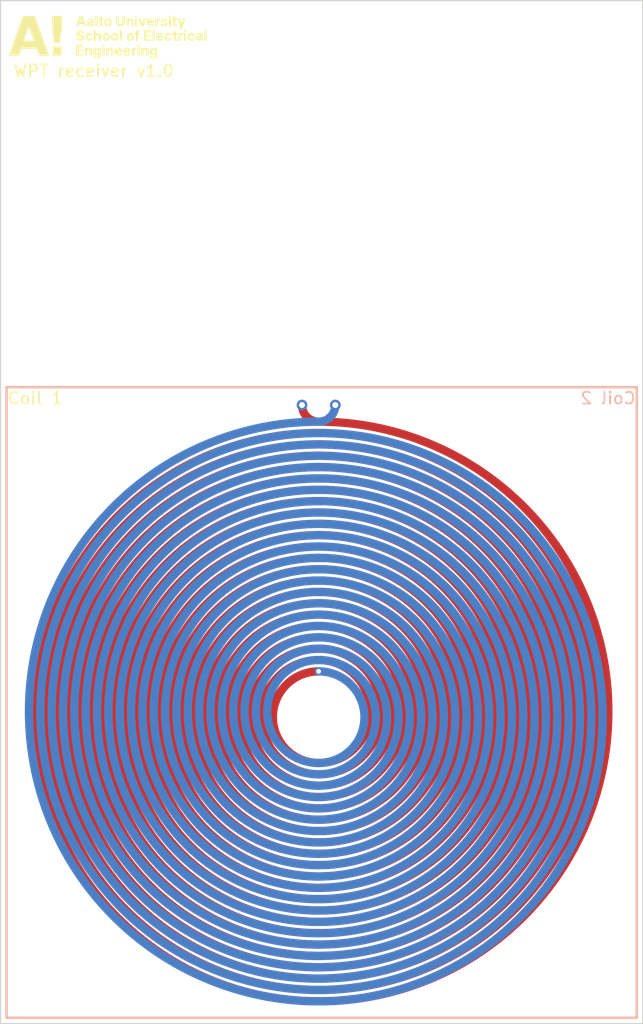
<source format=kicad_pcb>
(kicad_pcb (version 20221018) (generator pcbnew)
  (title_block (title "WPT Receiver PCB") (company "Aalto University School of Electrical Engineering"))
  (layers (0 "F.Cu" signal) (31 "B.Cu" signal) (34 "B.Paste" user) (35 "F.Paste" user) (36 "B.SilkS" user "B.Silkscreen") (37 "F.SilkS" user "F.Silkscreen") (38 "B.Mask" user) (39 "F.Mask" user) (44 "Edge.Cuts" user))
  (net 0 "")
  (footprint "Coil based on ID" (layer "F.Cu") (at 142.75 111.236 90)
    (fp_text reference "REF**")
    (fp_text value "Coil based on ID")
    (fp_arc (start -23.884 0) (mid 0 -23.884) (end 23.884 0) (stroke (width 0.7)) (layer "F.Cu"))
    (fp_arc (start -22.93 0) (mid 0 -22.93) (end 22.93 0) (stroke (width 0.7)) (layer "F.Cu"))
    (fp_arc (start -21.976 0) (mid 0 -21.976) (end 21.976 0) (stroke (width 0.7)) (layer "F.Cu"))
    (fp_arc (start -21.022 0) (mid 0 -21.022) (end 21.022 0) (stroke (width 0.7)) (layer "F.Cu"))
    (fp_arc (start -20.068 0) (mid 0 -20.068) (end 20.068 0) (stroke (width 0.7)) (layer "F.Cu"))
    (fp_arc (start -19.114 0) (mid 0 -19.114) (end 19.114 0) (stroke (width 0.7)) (layer "F.Cu"))
    (fp_arc (start -18.16 0) (mid 0 -18.16) (end 18.16 0) (stroke (width 0.7)) (layer "F.Cu"))
    (fp_arc (start -17.206 0) (mid 0 -17.206) (end 17.206 0) (stroke (width 0.7)) (layer "F.Cu"))
    (fp_arc (start -16.252 0) (mid 0 -16.252) (end 16.252 0) (stroke (width 0.7)) (layer "F.Cu"))
    (fp_arc (start -15.298 0) (mid 0 -15.298) (end 15.298 0) (stroke (width 0.7)) (layer "F.Cu"))
    (fp_arc (start -14.344 0) (mid 0 -14.344) (end 14.344 0) (stroke (width 0.7)) (layer "F.Cu"))
    (fp_arc (start -13.39 0) (mid 0 -13.39) (end 13.39 0) (stroke (width 0.7)) (layer "F.Cu"))
    (fp_arc (start -12.436 0) (mid 0 -12.436) (end 12.436 0) (stroke (width 0.7)) (layer "F.Cu"))
    (fp_arc (start -11.482 0) (mid 0 -11.482) (end 11.482 0) (stroke (width 0.7)) (layer "F.Cu"))
    (fp_arc (start -10.528 0) (mid 0 -10.528) (end 10.528 0) (stroke (width 0.7)) (layer "F.Cu"))
    (fp_arc (start -9.574 0) (mid 0 -9.574) (end 9.574 0) (stroke (width 0.7)) (layer "F.Cu"))
    (fp_arc (start -8.62 0) (mid 0 -8.62) (end 8.62 0) (stroke (width 0.7)) (layer "F.Cu"))
    (fp_arc (start -7.666 0) (mid 0 -7.666) (end 7.666 0) (stroke (width 0.7)) (layer "F.Cu"))
    (fp_arc (start -6.712 0) (mid 0 -6.712) (end 6.712 0) (stroke (width 0.7)) (layer "F.Cu"))
    (fp_arc (start -5.758 0) (mid 0 -5.758) (end 5.758 0) (stroke (width 0.7)) (layer "F.Cu"))
    (fp_arc (start -4.804 0) (mid 0 -4.804) (end 4.804 0) (stroke (width 0.7)) (layer "F.Cu"))
    (fp_arc (start -3.85 0) (mid 0 -3.85) (end 3.85 0) (stroke (width 0.7)) (layer "F.Cu"))
    (fp_arc (start 4.804 0) (mid 0.477 4.327) (end -3.85 0) (stroke (width 0.7)) (layer "F.Cu"))
    (fp_arc (start 5.758 0) (mid 0.477 5.281) (end -4.804 0) (stroke (width 0.7)) (layer "F.Cu"))
    (fp_arc (start 6.712 0) (mid 0.477 6.235) (end -5.758 0) (stroke (width 0.7)) (layer "F.Cu"))
    (fp_arc (start 7.666 0) (mid 0.477 7.189) (end -6.712 0) (stroke (width 0.7)) (layer "F.Cu"))
    (fp_arc (start 8.62 0) (mid 0.477 8.143) (end -7.666 0) (stroke (width 0.7)) (layer "F.Cu"))
    (fp_arc (start 9.574 0) (mid 0.477 9.097) (end -8.62 0) (stroke (width 0.7)) (layer "F.Cu"))
    (fp_arc (start 10.528 0) (mid 0.477 10.051) (end -9.574 0) (stroke (width 0.7)) (layer "F.Cu"))
    (fp_arc (start 11.482 0) (mid 0.477 11.005) (end -10.528 0) (stroke (width 0.7)) (layer "F.Cu"))
    (fp_arc (start 12.436 0) (mid 0.477 11.959) (end -11.482 0) (stroke (width 0.7)) (layer "F.Cu"))
    (fp_arc (start 13.39 0) (mid 0.477 12.913) (end -12.436 0) (stroke (width 0.7)) (layer "F.Cu"))
    (fp_arc (start 14.344 0) (mid 0.477 13.867) (end -13.39 0) (stroke (width 0.7)) (layer "F.Cu"))
    (fp_arc (start 15.298 0) (mid 0.477 14.821) (end -14.344 0) (stroke (width 0.7)) (layer "F.Cu"))
    (fp_arc (start 16.252 0) (mid 0.477 15.775) (end -15.298 0) (stroke (width 0.7)) (layer "F.Cu"))
    (fp_arc (start 17.206 0) (mid 0.477 16.729) (end -16.252 0) (stroke (width 0.7)) (layer "F.Cu"))
    (fp_arc (start 18.16 0) (mid 0.477 17.683) (end -17.206 0) (stroke (width 0.7)) (layer "F.Cu"))
    (fp_arc (start 19.114 0) (mid 0.477 18.637) (end -18.16 0) (stroke (width 0.7)) (layer "F.Cu"))
    (fp_arc (start 20.068 0) (mid 0.477 19.591) (end -19.114 0) (stroke (width 0.7)) (layer "F.Cu"))
    (fp_arc (start 21.022 0) (mid 0.477 20.545) (end -20.068 0) (stroke (width 0.7)) (layer "F.Cu"))
    (fp_arc (start 21.976 0) (mid 0.477 21.499) (end -21.022 0) (stroke (width 0.7)) (layer "F.Cu"))
    (fp_arc (start 22.93 0) (mid 0.477 22.453) (end -21.976 0) (stroke (width 0.7)) (layer "F.Cu"))
    (fp_arc (start 23.884 0) (mid 0.477 23.407) (end -22.93 0) (stroke (width 0.7)) (layer "F.Cu"))
    (fp_arc (start 24.838 0) (mid 0.477 24.361) (end -23.884 0) (stroke (width 0.7)) (layer "F.Cu"))
    (fp_arc (start 24.838 0) (mid 25.248051 -0.989949) (end 26.238 -1.4) (stroke (width 0.7)) (layer "F.Cu"))
    (fp_arc (start -23.884 0) (mid 0.477 -24.361) (end 24.838 0) (stroke (width 0.7)) (layer "B.Cu"))
    (fp_arc (start -22.93 0) (mid 0.477 -23.407) (end 23.884 0) (stroke (width 0.7)) (layer "B.Cu"))
    (fp_arc (start -21.976 0) (mid 0.477 -22.453) (end 22.93 0) (stroke (width 0.7)) (layer "B.Cu"))
    (fp_arc (start -21.022 0) (mid 0.477 -21.499) (end 21.976 0) (stroke (width 0.7)) (layer "B.Cu"))
    (fp_arc (start -20.068 0) (mid 0.477 -20.545) (end 21.022 0) (stroke (width 0.7)) (layer "B.Cu"))
    (fp_arc (start -19.114 0) (mid 0.477 -19.591) (end 20.068 0) (stroke (width 0.7)) (layer "B.Cu"))
    (fp_arc (start -18.16 0) (mid 0.477 -18.637) (end 19.114 0) (stroke (width 0.7)) (layer "B.Cu"))
    (fp_arc (start -17.206 0) (mid 0.477 -17.683) (end 18.16 0) (stroke (width 0.7)) (layer "B.Cu"))
    (fp_arc (start -16.252 0) (mid 0.477 -16.729) (end 17.206 0) (stroke (width 0.7)) (layer "B.Cu"))
    (fp_arc (start -15.298 0) (mid 0.477 -15.775) (end 16.252 0) (stroke (width 0.7)) (layer "B.Cu"))
    (fp_arc (start -14.344 0) (mid 0.477 -14.821) (end 15.298 0) (stroke (width 0.7)) (layer "B.Cu"))
    (fp_arc (start -13.39 0) (mid 0.477 -13.867) (end 14.344 0) (stroke (width 0.7)) (layer "B.Cu"))
    (fp_arc (start -12.436 0) (mid 0.477 -12.913) (end 13.39 0) (stroke (width 0.7)) (layer "B.Cu"))
    (fp_arc (start -11.482 0) (mid 0.477 -11.959) (end 12.436 0) (stroke (width 0.7)) (layer "B.Cu"))
    (fp_arc (start -10.528 0) (mid 0.477 -11.005) (end 11.482 0) (stroke (width 0.7)) (layer "B.Cu"))
    (fp_arc (start -9.574 0) (mid 0.477 -10.051) (end 10.528 0) (stroke (width 0.7)) (layer "B.Cu"))
    (fp_arc (start -8.62 0) (mid 0.477 -9.097) (end 9.574 0) (stroke (width 0.7)) (layer "B.Cu"))
    (fp_arc (start -7.666 0) (mid 0.477 -8.143) (end 8.62 0) (stroke (width 0.7)) (layer "B.Cu"))
    (fp_arc (start -6.712 0) (mid 0.477 -7.189) (end 7.666 0) (stroke (width 0.7)) (layer "B.Cu"))
    (fp_arc (start -5.758 0) (mid 0.477 -6.235) (end 6.712 0) (stroke (width 0.7)) (layer "B.Cu"))
    (fp_arc (start -4.804 0) (mid 0.477 -5.281) (end 5.758 0) (stroke (width 0.7)) (layer "B.Cu"))
    (fp_arc (start -3.85 0) (mid 0.477 -4.327) (end 4.804 0) (stroke (width 0.7)) (layer "B.Cu"))
    (fp_arc (start 3.85 0) (mid 0 3.85) (end -3.85 0) (stroke (width 0.7)) (layer "B.Cu"))
    (fp_arc (start 4.804 0) (mid 0 4.804) (end -4.804 0) (stroke (width 0.7)) (layer "B.Cu"))
    (fp_arc (start 5.758 0) (mid 0 5.758) (end -5.758 0) (stroke (width 0.7)) (layer "B.Cu"))
    (fp_arc (start 6.712 0) (mid 0 6.712) (end -6.712 0) (stroke (width 0.7)) (layer "B.Cu"))
    (fp_arc (start 7.666 0) (mid 0 7.666) (end -7.666 0) (stroke (width 0.7)) (layer "B.Cu"))
    (fp_arc (start 8.62 0) (mid 0 8.62) (end -8.62 0) (stroke (width 0.7)) (layer "B.Cu"))
    (fp_arc (start 9.574 0) (mid 0 9.574) (end -9.574 0) (stroke (width 0.7)) (layer "B.Cu"))
    (fp_arc (start 10.528 0) (mid 0 10.528) (end -10.528 0) (stroke (width 0.7)) (layer "B.Cu"))
    (fp_arc (start 11.482 0) (mid 0 11.482) (end -11.482 0) (stroke (width 0.7)) (layer "B.Cu"))
    (fp_arc (start 12.436 0) (mid 0 12.436) (end -12.436 0) (stroke (width 0.7)) (layer "B.Cu"))
    (fp_arc (start 13.39 0) (mid 0 13.39) (end -13.39 0) (stroke (width 0.7)) (layer "B.Cu"))
    (fp_arc (start 14.344 0) (mid 0 14.344) (end -14.344 0) (stroke (width 0.7)) (layer "B.Cu"))
    (fp_arc (start 15.298 0) (mid 0 15.298) (end -15.298 0) (stroke (width 0.7)) (layer "B.Cu"))
    (fp_arc (start 16.252 0) (mid 0 16.252) (end -16.252 0) (stroke (width 0.7)) (layer "B.Cu"))
    (fp_arc (start 17.206 0) (mid 0 17.206) (end -17.206 0) (stroke (width 0.7)) (layer "B.Cu"))
    (fp_arc (start 18.16 0) (mid 0 18.16) (end -18.16 0) (stroke (width 0.7)) (layer "B.Cu"))
    (fp_arc (start 19.114 0) (mid 0 19.114) (end -19.114 0) (stroke (width 0.7)) (layer "B.Cu"))
    (fp_arc (start 20.068 0) (mid 0 20.068) (end -20.068 0) (stroke (width 0.7)) (layer "B.Cu"))
    (fp_arc (start 21.022 0) (mid 0 21.022) (end -21.022 0) (stroke (width 0.7)) (layer "B.Cu"))
    (fp_arc (start 21.976 0) (mid 0 21.976) (end -21.976 0) (stroke (width 0.7)) (layer "B.Cu"))
    (fp_arc (start 22.93 0) (mid 0 22.93) (end -22.93 0) (stroke (width 0.7)) (layer "B.Cu"))
    (fp_arc (start 23.884 0) (mid 0 23.884) (end -23.884 0) (stroke (width 0.7)) (layer "B.Cu"))
    (fp_arc (start 26.238 1.4) (mid 25.248051 0.989949) (end 24.838 0) (stroke (width 0.7)) (layer "B.Cu"))
    (pad "" thru_hole circle (at 3.85 0 90) (size 0.7 0.7) (drill 0.4) (layers "*.Cu"))
    (pad "1" thru_hole circle (at 26.238 -1.4 90) (size 0.9 0.9) (drill 0.5) (layers "*.Cu"))
    (pad "2" thru_hole circle (at 26.238 1.4 90) (size 0.9 0.9) (drill 0.5) (layers "*.Cu"))
  )
  (footprint "LOGO" (layer "F.Cu") (at 125 54)
    (fp_text reference "G***" hide)
    (fp_text value "LOGO" hide)
  )
  (gr_rect (start 116.5 83.5) (end 169.5 136.5) (stroke (width 0.2)) (fill none) (layer "B.SilkS"))
  (gr_rect (start 116.5 83.5) (end 169.5 136.5) (stroke (width 0.2)) (fill none) (layer "F.SilkS"))
  (gr_rect (start 116 51) (end 170 137) (stroke (width 0.1)) (fill none) (layer "Edge.Cuts"))
  (gr_text "Coil 2" (at 169.5 85) (layer "B.SilkS") (effects (font (size 1 1)) (justify left bottom mirror)))
  (gr_text "Coil 1" (at 116.5 85) (layer "F.SilkS") (effects (font (size 1 1)) (justify left bottom)))
  (gr_text "WPT receiver v1.0" (at 117 57.5) (layer "F.SilkS") (effects (font (size 1 1)) (justify left bottom)))
)
</source>
